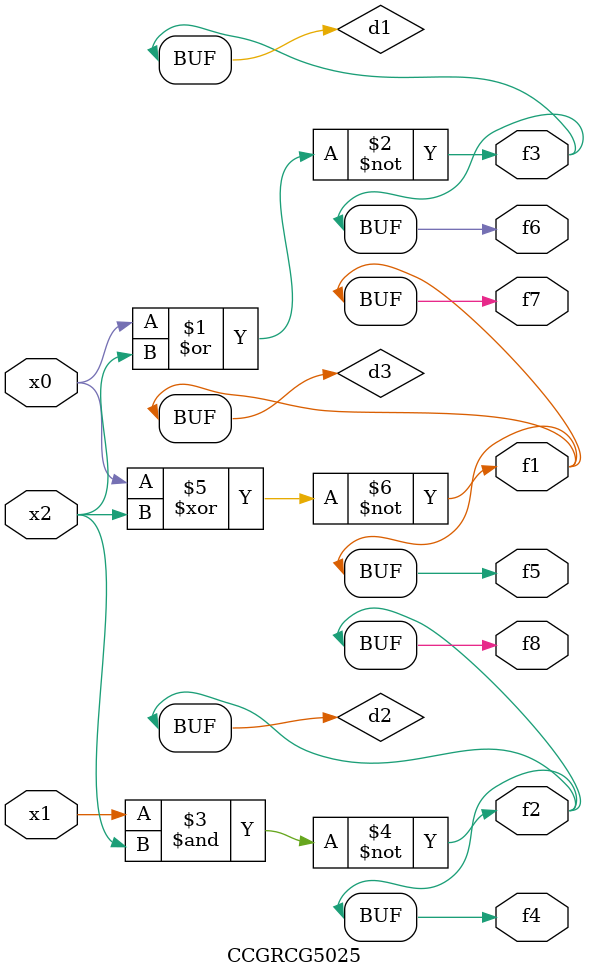
<source format=v>
module CCGRCG5025(
	input x0, x1, x2,
	output f1, f2, f3, f4, f5, f6, f7, f8
);

	wire d1, d2, d3;

	nor (d1, x0, x2);
	nand (d2, x1, x2);
	xnor (d3, x0, x2);
	assign f1 = d3;
	assign f2 = d2;
	assign f3 = d1;
	assign f4 = d2;
	assign f5 = d3;
	assign f6 = d1;
	assign f7 = d3;
	assign f8 = d2;
endmodule

</source>
